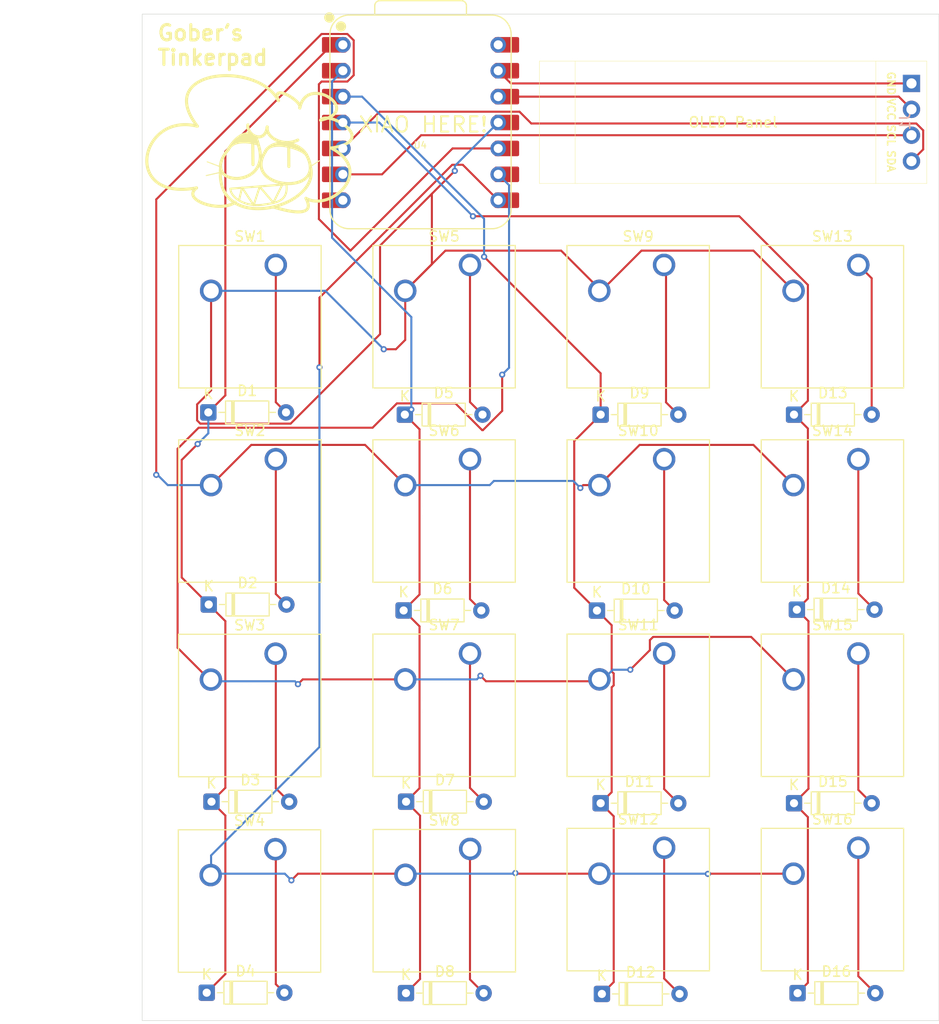
<source format=kicad_pcb>
(kicad_pcb (version 20241229) (generator "pcbnew") (generator_version "9.0")
  (layers (0 "F.Cu" signal) (2 "B.Cu" signal) (13 "F.Paste" user) (15 "B.Paste" user) (5 "F.SilkS" user "F.Silkscreen") (7 "B.SilkS" user "B.Silkscreen") (1 "F.Mask" user) (3 "B.Mask" user) (25 "Edge.Cuts" user))
  (net 0 "")
  (net 1 "ROW 1")
  (net 2 "GND")
  (net 3 "ROW 2")
  (net 4 "ROW 3")
  (net 5 "ROW 4")
  (net 6 "+5V")
  (net 7 "SDA")
  (net 8 "VCC")
  (net 9 "SCL")
  (net 10 "COL 1")
  (net 11 "COL 2")
  (net 12 "COL 3")
  (net 13 "COL 4")
  (net 15 "Net-(D1-A)")
  (net 16 "Net-(D2-A)")
  (net 17 "Net-(D3-A)")
  (net 18 "Net-(D4-A)")
  (net 19 "Net-(D5-A)")
  (net 20 "Net-(D6-A)")
  (net 21 "Net-(D7-A)")
  (net 22 "Net-(D8-A)")
  (net 23 "Net-(D9-A)")
  (net 24 "Net-(D10-A)")
  (net 25 "Net-(D11-A)")
  (net 26 "Net-(D12-A)")
  (net 27 "Net-(D13-A)")
  (net 28 "Net-(D14-A)")
  (net 29 "Net-(D15-A)")
  (net 30 "Net-(D16-A)")
  (footprint "Button_Switch_Keyboard:SW_Cherry_MX_1.00u_PCB" (layer "F.Cu") (at 157.92 94.26)
    (property "Reference" "SW10" (at -2.54 -2.794 0) (layer "F.SilkS"))
    (property "Value" "SW_Push")
    (pad "" np_thru_hole circle (at -7.62 5.08) (size 1.7 1.7) (drill 1.7) (layers "*.Cu" "*.Mask"))
    (pad "" np_thru_hole circle (at -2.54 5.08) (size 4 4) (drill 4) (layers "*.Cu" "*.Mask"))
    (pad "" np_thru_hole circle (at 2.54 5.08) (size 1.7 1.7) (drill 1.7) (layers "*.Cu" "*.Mask"))
    (pad "1" thru_hole circle (at 0 0) (size 2.2 2.2) (drill 1.5) (layers "*.Cu" "*.Mask") (net 24 "Net-(D10-A)"))
    (pad "2" thru_hole circle (at -6.35 2.54) (size 2.2 2.2) (drill 1.5) (layers "*.Cu" "*.Mask") (net 11 "COL 2"))
  )
  (footprint "Diode_THT:D_DO-35_SOD27_P7.62mm_Horizontal" (layer "F.Cu") (at 132.48 89.89)
    (property "Reference" "D5" (at 3.81 -2.12 0) (layer "F.SilkS"))
    (property "Value" "1N4148")
    (fp_text user "K" (at 0 -1.8 0) (layer "F.SilkS"))
    (pad "1" thru_hole roundrect (at 0 0) (size 1.6 1.6) (drill 0.8) (layers "*.Cu" "*.Mask") (roundrect_rratio 0.15625) (net 3 "ROW 2"))
    (pad "2" thru_hole circle (at 7.62 0) (size 1.6 1.6) (drill 0.8) (layers "*.Cu" "*.Mask") (net 19 "Net-(D5-A)"))
  )
  (footprint "Diode_THT:D_DO-35_SOD27_P7.62mm_Horizontal" (layer "F.Cu") (at 170.66 89.89)
    (property "Reference" "D13" (at 3.81 -2.12 0) (layer "F.SilkS"))
    (property "Value" "1N4148")
    (fp_text user "K" (at 0 -1.8 0) (layer "F.SilkS"))
    (pad "1" thru_hole roundrect (at 0 0) (size 1.6 1.6) (drill 0.8) (layers "*.Cu" "*.Mask") (roundrect_rratio 0.15625) (net 5 "ROW 4"))
    (pad "2" thru_hole circle (at 7.62 0) (size 1.6 1.6) (drill 0.8) (layers "*.Cu" "*.Mask") (net 27 "Net-(D13-A)"))
  )
  (footprint "Diode_THT:D_DO-35_SOD27_P7.62mm_Horizontal" (layer "F.Cu") (at 151.33 109.1)
    (property "Reference" "D10" (at 3.81 -2.12 0) (layer "F.SilkS"))
    (property "Value" "1N4148")
    (fp_text user "K" (at 0 -1.8 0) (layer "F.SilkS"))
    (pad "1" thru_hole roundrect (at 0 0) (size 1.6 1.6) (drill 0.8) (layers "*.Cu" "*.Mask") (roundrect_rratio 0.15625) (net 4 "ROW 3"))
    (pad "2" thru_hole circle (at 7.62 0) (size 1.6 1.6) (drill 0.8) (layers "*.Cu" "*.Mask") (net 24 "Net-(D10-A)"))
  )
  (footprint "Button_Switch_Keyboard:SW_Cherry_MX_1.00u_PCB" (layer "F.Cu") (at 157.91 75.21)
    (property "Reference" "SW9" (at -2.54 -2.794 0) (layer "F.SilkS"))
    (property "Value" "SW_Push")
    (pad "" np_thru_hole circle (at -7.62 5.08) (size 1.7 1.7) (drill 1.7) (layers "*.Cu" "*.Mask"))
    (pad "" np_thru_hole circle (at -2.54 5.08) (size 4 4) (drill 4) (layers "*.Cu" "*.Mask"))
    (pad "" np_thru_hole circle (at 2.54 5.08) (size 1.7 1.7) (drill 1.7) (layers "*.Cu" "*.Mask"))
    (pad "1" thru_hole circle (at 0 0) (size 2.2 2.2) (drill 1.5) (layers "*.Cu" "*.Mask") (net 23 "Net-(D9-A)"))
    (pad "2" thru_hole circle (at -6.35 2.54) (size 2.2 2.2) (drill 1.5) (layers "*.Cu" "*.Mask") (net 10 "COL 1"))
  )
  (footprint "Diode_THT:D_DO-35_SOD27_P7.62mm_Horizontal" (layer "F.Cu") (at 170.66 127.99)
    (property "Reference" "D15" (at 3.81 -2.12 0) (layer "F.SilkS"))
    (property "Value" "1N4148")
    (fp_text user "K" (at 0 -1.8 0) (layer "F.SilkS"))
    (pad "1" thru_hole roundrect (at 0 0) (size 1.6 1.6) (drill 0.8) (layers "*.Cu" "*.Mask") (roundrect_rratio 0.15625) (net 5 "ROW 4"))
    (pad "2" thru_hole circle (at 7.62 0) (size 1.6 1.6) (drill 0.8) (layers "*.Cu" "*.Mask") (net 29 "Net-(D15-A)"))
  )
  (footprint "Diode_THT:D_DO-35_SOD27_P7.62mm_Horizontal" (layer "F.Cu") (at 151.69 89.89)
    (property "Reference" "D9" (at 3.81 -2.12 0) (layer "F.SilkS"))
    (property "Value" "1N4148")
    (fp_text user "K" (at 0 -1.8 0) (layer "F.SilkS"))
    (pad "1" thru_hole roundrect (at 0 0) (size 1.6 1.6) (drill 0.8) (layers "*.Cu" "*.Mask") (roundrect_rratio 0.15625) (net 4 "ROW 3"))
    (pad "2" thru_hole circle (at 7.62 0) (size 1.6 1.6) (drill 0.8) (layers "*.Cu" "*.Mask") (net 23 "Net-(D9-A)"))
  )
  (footprint "Diode_THT:D_DO-35_SOD27_P7.62mm_Horizontal" (layer "F.Cu") (at 113.04 146.57)
    (property "Reference" "D4" (at 3.81 -2.12 0) (layer "F.SilkS"))
    (property "Value" "1N4148")
    (fp_text user "K" (at 0 -1.8 0) (layer "F.SilkS"))
    (pad "1" thru_hole roundrect (at 0 0) (size 1.6 1.6) (drill 0.8) (layers "*.Cu" "*.Mask") (roundrect_rratio 0.15625) (net 1 "ROW 1"))
    (pad "2" thru_hole circle (at 7.62 0) (size 1.6 1.6) (drill 0.8) (layers "*.Cu" "*.Mask") (net 18 "Net-(D4-A)"))
  )
  (footprint "Button_Switch_Keyboard:SW_Cherry_MX_1.00u_PCB" (layer "F.Cu") (at 176.97 94.26)
    (property "Reference" "SW14" (at -2.54 -2.794 0) (layer "F.SilkS"))
    (property "Value" "SW_Push")
    (pad "" np_thru_hole circle (at -7.62 5.08) (size 1.7 1.7) (drill 1.7) (layers "*.Cu" "*.Mask"))
    (pad "" np_thru_hole circle (at -2.54 5.08) (size 4 4) (drill 4) (layers "*.Cu" "*.Mask"))
    (pad "" np_thru_hole circle (at 2.54 5.08) (size 1.7 1.7) (drill 1.7) (layers "*.Cu" "*.Mask"))
    (pad "1" thru_hole circle (at 0 0) (size 2.2 2.2) (drill 1.5) (layers "*.Cu" "*.Mask") (net 28 "Net-(D14-A)"))
    (pad "2" thru_hole circle (at -6.35 2.54) (size 2.2 2.2) (drill 1.5) (layers "*.Cu" "*.Mask") (net 11 "COL 2"))
  )
  (footprint "xiao_stuff:XIAO-RP2040-DIP" (layer "F.Cu") (at 134.02 61.25)
    (property "Reference" "U4" (at -0.025 2.22 0) (layer "F.SilkS") (effects (font (size 0.635 0.635) (thickness 0.1016))))
    (property "Value" "XIAO-RP2040-DIP" (hide yes))
    (pad "1" smd roundrect (at -8.455 -7.62 180) (size 2.432 1.524) (layers "F.Cu" "F.Mask") (roundrect_rratio 0.1) (net 1 "ROW 1"))
    (pad "1" thru_hole circle (at -7.62 -7.62 180) (size 1.524 1.524) (drill 0.889) (layers "*.Cu" "*.Mask") (net 1 "ROW 1"))
    (pad "2" smd roundrect (at -8.455 -5.08 180) (size 2.432 1.524) (layers "F.Cu" "F.Mask") (roundrect_rratio 0.1) (net 3 "ROW 2"))
    (pad "2" thru_hole circle (at -7.62 -5.08 180) (size 1.524 1.524) (drill 0.889) (layers "*.Cu" "*.Mask") (net 3 "ROW 2"))
    (pad "3" smd roundrect (at -8.455 -2.54 180) (size 2.432 1.524) (layers "F.Cu" "F.Mask") (roundrect_rratio 0.1) (net 4 "ROW 3"))
    (pad "3" thru_hole circle (at -7.62 -2.54 180) (size 1.524 1.524) (drill 0.889) (layers "*.Cu" "*.Mask") (net 4 "ROW 3"))
    (pad "4" smd roundrect (at -8.455 0 180) (size 2.432 1.524) (layers "F.Cu" "F.Mask") (roundrect_rratio 0.1) (net 5 "ROW 4"))
    (pad "4" thru_hole circle (at -7.62 0 180) (size 1.524 1.524) (drill 0.889) (layers "*.Cu" "*.Mask") (net 5 "ROW 4"))
    (pad "5" smd roundrect (at -8.455 2.54 180) (size 2.432 1.524) (layers "F.Cu" "F.Mask") (roundrect_rratio 0.1) (net 7 "SDA"))
    (pad "5" thru_hole circle (at -7.62 2.54 180) (size 1.524 1.524) (drill 0.889) (layers "*.Cu" "*.Mask") (net 7 "SDA"))
    (pad "6" smd roundrect (at -8.455 5.08 180) (size 2.432 1.524) (layers "F.Cu" "F.Mask") (roundrect_rratio 0.1) (net 9 "SCL"))
    (pad "6" thru_hole circle (at -7.62 5.08 180) (size 1.524 1.524) (drill 0.889) (layers "*.Cu" "*.Mask") (net 9 "SCL"))
    (pad "7" smd roundrect (at -8.455 7.62 180) (size 2.432 1.524) (layers "F.Cu" "F.Mask") (roundrect_rratio 0.1))
    (pad "7" thru_hole circle (at -7.62 7.62 180) (size 1.524 1.524) (drill 0.889) (layers "*.Cu" "*.Mask"))
    (pad "8" thru_hole circle (at 7.62 7.62) (size 1.524 1.524) (drill 0.889) (layers "*.Cu" "*.Mask") (net 13 "COL 4"))
    (pad "8" smd roundrect (at 8.455 7.62) (size 2.432 1.524) (layers "F.Cu" "F.Mask") (roundrect_rratio 0.1) (net 13 "COL 4"))
    (pad "9" thru_hole circle (at 7.62 5.08) (size 1.524 1.524) (drill 0.889) (layers "*.Cu" "*.Mask") (net 12 "COL 3"))
    (pad "9" smd roundrect (at 8.455 5.08) (size 2.432 1.524) (layers "F.Cu" "F.Mask") (roundrect_rratio 0.1) (net 12 "COL 3"))
    (pad "10" thru_hole circle (at 7.62 2.54) (size 1.524 1.524) (drill 0.889) (layers "*.Cu" "*.Mask") (net 11 "COL 2"))
    (pad "10" smd roundrect (at 8.455 2.54) (size 2.432 1.524) (layers "F.Cu" "F.Mask") (roundrect_rratio 0.1) (net 11 "COL 2"))
    (pad "11" thru_hole circle (at 7.62 0) (size 1.524 1.524) (drill 0.889) (layers "*.Cu" "*.Mask") (net 10 "COL 1"))
    (pad "11" smd roundrect (at 8.455 0) (size 2.432 1.524) (layers "F.Cu" "F.Mask") (roundrect_rratio 0.1) (net 10 "COL 1"))
    (pad "12" thru_hole circle (at 7.62 -2.54) (size 1.524 1.524) (drill 0.889) (layers "*.Cu" "*.Mask") (net 8 "VCC"))
    (pad "12" smd roundrect (at 8.455 -2.54) (size 2.432 1.524) (layers "F.Cu" "F.Mask") (roundrect_rratio 0.1) (net 8 "VCC"))
    (pad "13" thru_hole circle (at 7.62 -5.08) (size 1.524 1.524) (drill 0.889) (layers "*.Cu" "*.Mask") (net 2 "GND"))
    (pad "13" smd roundrect (at 8.455 -5.08) (size 2.432 1.524) (layers "F.Cu" "F.Mask") (roundrect_rratio 0.1) (net 2 "GND"))
    (pad "14" thru_hole circle (at 7.62 -7.62) (size 1.524 1.524) (drill 0.889) (layers "*.Cu" "*.Mask") (net 6 "+5V"))
    (pad "14" smd roundrect (at 8.455 -7.62) (size 2.432 1.524) (layers "F.Cu" "F.Mask") (roundrect_rratio 0.1) (net 6 "+5V"))
  )
  (footprint "Diode_THT:D_DO-35_SOD27_P7.62mm_Horizontal" (layer "F.Cu") (at 132.59 146.61)
    (property "Reference" "D8" (at 3.81 -2.12 0) (layer "F.SilkS"))
    (property "Value" "1N4148")
    (fp_text user "K" (at 0 -1.8 0) (layer "F.SilkS"))
    (pad "1" thru_hole roundrect (at 0 0) (size 1.6 1.6) (drill 0.8) (layers "*.Cu" "*.Mask") (roundrect_rratio 0.15625) (net 3 "ROW 2"))
    (pad "2" thru_hole circle (at 7.62 0) (size 1.6 1.6) (drill 0.8) (layers "*.Cu" "*.Mask") (net 22 "Net-(D8-A)"))
  )
  (footprint "custom:awesome_oled" (layer "F.Cu") (at 145.685 55.225)
    (property "Reference" "J1" (at 35.87 5.91 90) (layer "B.SilkS") (effects (justify mirror)))
    (property "Value" "custom oled pins" (hide yes))
    (pad "1" thru_hole rect (at 36.5 2.19) (size 1.7 1.7) (drill 1) (layers "*.Cu" "*.Mask") (net 2 "GND"))
    (pad "2" thru_hole oval (at 36.5 4.73) (size 1.7 1.7) (drill 1) (layers "*.Cu" "*.Mask") (net 8 "VCC"))
    (pad "3" thru_hole oval (at 36.5 7.27) (size 1.7 1.7) (drill 1) (layers "*.Cu" "*.Mask") (net 9 "SCL"))
    (pad "4" thru_hole oval (at 36.5 9.81) (size 1.7 1.7) (drill 1) (layers "*.Cu" "*.Mask") (net 7 "SDA"))
  )
  (footprint "Button_Switch_Keyboard:SW_Cherry_MX_1.00u_PCB" (layer "F.Cu") (at 138.87 113.31)
    (property "Reference" "SW7" (at -2.54 -2.794 0) (layer "F.SilkS"))
    (property "Value" "SW_Push")
    (pad "" np_thru_hole circle (at -7.62 5.08) (size 1.7 1.7) (drill 1.7) (layers "*.Cu" "*.Mask"))
    (pad "" np_thru_hole circle (at -2.54 5.08) (size 4 4) (drill 4) (layers "*.Cu" "*.Mask"))
    (pad "" np_thru_hole circle (at 2.54 5.08) (size 1.7 1.7) (drill 1.7) (layers "*.Cu" "*.Mask"))
    (pad "1" thru_hole circle (at 0 0) (size 2.2 2.2) (drill 1.5) (layers "*.Cu" "*.Mask") (net 21 "Net-(D7-A)"))
    (pad "2" thru_hole circle (at -6.35 2.54) (size 2.2 2.2) (drill 1.5) (layers "*.Cu" "*.Mask") (net 12 "COL 3"))
  )
  (footprint "Button_Switch_Keyboard:SW_Cherry_MX_1.00u_PCB" (layer "F.Cu") (at 157.92 113.31)
    (property "Reference" "SW11" (at -2.54 -2.794 0) (layer "F.SilkS"))
    (property "Value" "SW_Push")
    (pad "" np_thru_hole circle (at -7.62 5.08) (size 1.7 1.7) (drill 1.7) (layers "*.Cu" "*.Mask"))
    (pad "" np_thru_hole circle (at -2.54 5.08) (size 4 4) (drill 4) (layers "*.Cu" "*.Mask"))
    (pad "" np_thru_hole circle (at 2.54 5.08) (size 1.7 1.7) (drill 1.7) (layers "*.Cu" "*.Mask"))
    (pad "1" thru_hole circle (at 0 0) (size 2.2 2.2) (drill 1.5) (layers "*.Cu" "*.Mask") (net 25 "Net-(D11-A)"))
    (pad "2" thru_hole circle (at -6.35 2.54) (size 2.2 2.2) (drill 1.5) (layers "*.Cu" "*.Mask") (net 12 "COL 3"))
  )
  (footprint "Button_Switch_Keyboard:SW_Cherry_MX_1.00u_PCB" (layer "F.Cu") (at 176.97 75.21)
    (property "Reference" "SW13" (at -2.54 -2.794 0) (layer "F.SilkS"))
    (property "Value" "SW_Push")
    (pad "" np_thru_hole circle (at -7.62 5.08) (size 1.7 1.7) (drill 1.7) (layers "*.Cu" "*.Mask"))
    (pad "" np_thru_hole circle (at -2.54 5.08) (size 4 4) (drill 4) (layers "*.Cu" "*.Mask"))
    (pad "" np_thru_hole circle (at 2.54 5.08) (size 1.7 1.7) (drill 1.7) (layers "*.Cu" "*.Mask"))
    (pad "1" thru_hole circle (at 0 0) (size 2.2 2.2) (drill 1.5) (layers "*.Cu" "*.Mask") (net 27 "Net-(D13-A)"))
    (pad "2" thru_hole circle (at -6.35 2.54) (size 2.2 2.2) (drill 1.5) (layers "*.Cu" "*.Mask") (net 10 "COL 1"))
  )
  (footprint "Diode_THT:D_DO-35_SOD27_P7.62mm_Horizontal" (layer "F.Cu") (at 151.81 146.69)
    (property "Reference" "D12" (at 3.81 -2.12 0) (layer "F.SilkS"))
    (property "Value" "1N4148")
    (fp_text user "K" (at 0 -1.8 0) (layer "F.SilkS"))
    (pad "1" thru_hole roundrect (at 0 0) (size 1.6 1.6) (drill 0.8) (layers "*.Cu" "*.Mask") (roundrect_rratio 0.15625) (net 4 "ROW 3"))
    (pad "2" thru_hole circle (at 7.62 0) (size 1.6 1.6) (drill 0.8) (layers "*.Cu" "*.Mask") (net 26 "Net-(D12-A)"))
  )
  (footprint "Button_Switch_Keyboard:SW_Cherry_MX_1.00u_PCB" (layer "F.Cu") (at 119.78 132.5)
    (property "Reference" "SW4" (at -2.54 -2.794 0) (layer "F.SilkS"))
    (property "Value" "SW_Push")
    (pad "" np_thru_hole circle (at -7.62 5.08) (size 1.7 1.7) (drill 1.7) (layers "*.Cu" "*.Mask"))
    (pad "" np_thru_hole circle (at -2.54 5.08) (size 4 4) (drill 4) (layers "*.Cu" "*.Mask"))
    (pad "" np_thru_hole circle (at 2.54 5.08) (size 1.7 1.7) (drill 1.7) (layers "*.Cu" "*.Mask"))
    (pad "1" thru_hole circle (at 0 0) (size 2.2 2.2) (drill 1.5) (layers "*.Cu" "*.Mask") (net 18 "Net-(D4-A)"))
    (pad "2" thru_hole circle (at -6.35 2.54) (size 2.2 2.2) (drill 1.5) (layers "*.Cu" "*.Mask") (net 13 "COL 4"))
  )
  (footprint "Button_Switch_Keyboard:SW_Cherry_MX_1.00u_PCB" (layer "F.Cu") (at 119.8 113.33)
    (property "Reference" "SW3" (at -2.54 -2.794 0) (layer "F.SilkS"))
    (property "Value" "SW_Push")
    (pad "" np_thru_hole circle (at -7.62 5.08) (size 1.7 1.7) (drill 1.7) (layers "*.Cu" "*.Mask"))
    (pad "" np_thru_hole circle (at -2.54 5.08) (size 4 4) (drill 4) (layers "*.Cu" "*.Mask"))
    (pad "" np_thru_hole circle (at 2.54 5.08) (size 1.7 1.7) (drill 1.7) (layers "*.Cu" "*.Mask"))
    (pad "1" thru_hole circle (at 0 0) (size 2.2 2.2) (drill 1.5) (layers "*.Cu" "*.Mask") (net 17 "Net-(D3-A)"))
    (pad "2" thru_hole circle (at -6.35 2.54) (size 2.2 2.2) (drill 1.5) (layers "*.Cu" "*.Mask") (net 12 "COL 3"))
  )
  (footprint "Diode_THT:D_DO-35_SOD27_P7.62mm_Horizontal" (layer "F.Cu") (at 170.94 109.01)
    (property "Reference" "D14" (at 3.81 -2.12 0) (layer "F.SilkS"))
    (property "Value" "1N4148")
    (fp_text user "K" (at 0 -1.8 0) (layer "F.SilkS"))
    (pad "1" thru_hole roundrect (at 0 0) (size 1.6 1.6) (drill 0.8) (layers "*.Cu" "*.Mask") (roundrect_rratio 0.15625) (net 5 "ROW 4"))
    (pad "2" thru_hole circle (at 7.62 0) (size 1.6 1.6) (drill 0.8) (layers "*.Cu" "*.Mask") (net 28 "Net-(D14-A)"))
  )
  (footprint "Button_Switch_Keyboard:SW_Cherry_MX_1.00u_PCB" (layer "F.Cu") (at 138.87 75.21)
    (property "Reference" "SW5" (at -2.54 -2.794 0) (layer "F.SilkS"))
    (property "Value" "SW_Push")
    (pad "" np_thru_hole circle (at -7.62 5.08) (size 1.7 1.7) (drill 1.7) (layers "*.Cu" "*.Mask"))
    (pad "" np_thru_hole circle (at -2.54 5.08) (size 4 4) (drill 4) (layers "*.Cu" "*.Mask"))
    (pad "" np_thru_hole circle (at 2.54 5.08) (size 1.7 1.7) (drill 1.7) (layers "*.Cu" "*.Mask"))
    (pad "1" thru_hole circle (at 0 0) (size 2.2 2.2) (drill 1.5) (layers "*.Cu" "*.Mask") (net 19 "Net-(D5-A)"))
    (pad "2" thru_hole circle (at -6.35 2.54) (size 2.2 2.2) (drill 1.5) (layers "*.Cu" "*.Mask") (net 10 "COL 1"))
  )
  (footprint "Diode_THT:D_DO-35_SOD27_P7.62mm_Horizontal" (layer "F.Cu") (at 132.36 109.09)
    (property "Reference" "D6" (at 3.81 -2.12 0) (layer "F.SilkS"))
    (property "Value" "1N4148")
    (fp_text user "K" (at 0 -1.8 0) (layer "F.SilkS"))
    (pad "1" thru_hole roundrect (at 0 0) (size 1.6 1.6) (drill 0.8) (layers "*.Cu" "*.Mask") (roundrect_rratio 0.15625) (net 3 "ROW 2"))
    (pad "2" thru_hole circle (at 7.62 0) (size 1.6 1.6) (drill 0.8) (layers "*.Cu" "*.Mask") (net 20 "Net-(D6-A)"))
  )
  (footprint "Button_Switch_Keyboard:SW_Cherry_MX_1.00u_PCB" (layer "F.Cu") (at 119.82 75.21)
    (property "Reference" "SW1" (at -2.54 -2.794 0) (layer "F.SilkS"))
    (property "Value" "SW_Push")
    (pad "" np_thru_hole circle (at -7.62 5.08) (size 1.7 1.7) (drill 1.7) (layers "*.Cu" "*.Mask"))
    (pad "" np_thru_hole circle (at -2.54 5.08) (size 4 4) (drill 4) (layers "*.Cu" "*.Mask"))
    (pad "" np_thru_hole circle (at 2.54 5.08) (size 1.7 1.7) (drill 1.7) (layers "*.Cu" "*.Mask"))
    (pad "1" thru_hole circle (at 0 0) (size 2.2 2.2) (drill 1.5) (layers "*.Cu" "*.Mask") (net 15 "Net-(D1-A)"))
    (pad "2" thru_hole circle (at -6.35 2.54) (size 2.2 2.2) (drill 1.5) (layers "*.Cu" "*.Mask") (net 10 "COL 1"))
  )
  (footprint "Button_Switch_Keyboard:SW_Cherry_MX_1.00u_PCB" (layer "F.Cu") (at 176.97 132.36)
    (property "Reference" "SW16" (at -2.54 -2.794 0) (layer "F.SilkS"))
    (property "Value" "SW_Push")
    (pad "" np_thru_hole circle (at -7.62 5.08) (size 1.7 1.7) (drill 1.7) (layers "*.Cu" "*.Mask"))
    (pad "" np_thru_hole circle (at -2.54 5.08) (size 4 4) (drill 4) (layers "*.Cu" "*.Mask"))
    (pad "" np_thru_hole circle (at 2.54 5.08) (size 1.7 1.7) (drill 1.7) (layers "*.Cu" "*.Mask"))
    (pad "1" thru_hole circle (at 0 0) (size 2.2 2.2) (drill 1.5) (layers "*.Cu" "*.Mask") (net 30 "Net-(D16-A)"))
    (pad "2" thru_hole circle (at -6.35 2.54) (size 2.2 2.2) (drill 1.5) (layers "*.Cu" "*.Mask") (net 13 "COL 4"))
  )
  (footprint "Diode_THT:D_DO-35_SOD27_P7.62mm_Horizontal" (layer "F.Cu") (at 113.2 89.67)
    (property "Reference" "D1" (at 3.81 -2.12 0) (layer "F.SilkS"))
    (property "Value" "1N4148")
    (fp_text user "K" (at 0 -1.8 0) (layer "F.SilkS"))
    (pad "1" thru_hole roundrect (at 0 0) (size 1.6 1.6) (drill 0.8) (layers "*.Cu" "*.Mask") (roundrect_rratio 0.15625) (net 1 "ROW 1"))
    (pad "2" thru_hole circle (at 7.62 0) (size 1.6 1.6) (drill 0.8) (layers "*.Cu" "*.Mask") (net 15 "Net-(D1-A)"))
  )
  (footprint "Button_Switch_Keyboard:SW_Cherry_MX_1.00u_PCB" (layer "F.Cu") (at 138.89 132.47)
    (property "Reference" "SW8" (at -2.54 -2.794 0) (layer "F.SilkS"))
    (property "Value" "SW_Push")
    (pad "" np_thru_hole circle (at -7.62 5.08) (size 1.7 1.7) (drill 1.7) (layers "*.Cu" "*.Mask"))
    (pad "" np_thru_hole circle (at -2.54 5.08) (size 4 4) (drill 4) (layers "*.Cu" "*.Mask"))
    (pad "" np_thru_hole circle (at 2.54 5.08) (size 1.7 1.7) (drill 1.7) (layers "*.Cu" "*.Mask"))
    (pad "1" thru_hole circle (at 0 0) (size 2.2 2.2) (drill 1.5) (layers "*.Cu" "*.Mask") (net 22 "Net-(D8-A)"))
    (pad "2" thru_hole circle (at -6.35 2.54) (size 2.2 2.2) (drill 1.5) (layers "*.Cu" "*.Mask") (net 13 "COL 4"))
  )
  (footprint "Diode_THT:D_DO-35_SOD27_P7.62mm_Horizontal" (layer "F.Cu") (at 171.01 146.61)
    (property "Reference" "D16" (at 3.81 -2.12 0) (layer "F.SilkS"))
    (property "Value" "1N4148")
    (fp_text user "K" (at 0 -1.8 0) (layer "F.SilkS"))
    (pad "1" thru_hole roundrect (at 0 0) (size 1.6 1.6) (drill 0.8) (layers "*.Cu" "*.Mask") (roundrect_rratio 0.15625) (net 5 "ROW 4"))
    (pad "2" thru_hole circle (at 7.62 0) (size 1.6 1.6) (drill 0.8) (layers "*.Cu" "*.Mask") (net 30 "Net-(D16-A)"))
  )
  (footprint "Button_Switch_Keyboard:SW_Cherry_MX_1.00u_PCB" (layer "F.Cu") (at 138.87 94.26)
    (property "Reference" "SW6" (at -2.54 -2.794 0) (layer "F.SilkS"))
    (property "Value" "SW_Push")
    (pad "" np_thru_hole circle (at -7.62 5.08) (size 1.7 1.7) (drill 1.7) (layers "*.Cu" "*.Mask"))
    (pad "" np_thru_hole circle (at -2.54 5.08) (size 4 4) (drill 4) (layers "*.Cu" "*.Mask"))
    (pad "" np_thru_hole circle (at 2.54 5.08) (size 1.7 1.7) (drill 1.7) (layers "*.Cu" "*.Mask"))
    (pad "1" thru_hole circle (at 0 0) (size 2.2 2.2) (drill 1.5) (layers "*.Cu" "*.Mask") (net 20 "Net-(D6-A)"))
    (pad "2" thru_hole circle (at -6.35 2.54) (size 2.2 2.2) (drill 1.5) (layers "*.Cu" "*.Mask") (net 11 "COL 2"))
  )
  (footprint "Button_Switch_Keyboard:SW_Cherry_MX_1.00u_PCB" (layer "F.Cu") (at 176.97 113.31)
    (property "Reference" "SW15" (at -2.54 -2.794 0) (layer "F.SilkS"))
    (property "Value" "SW_Push")
    (pad "" np_thru_hole circle (at -7.62 5.08) (size 1.7 1.7) (drill 1.7) (layers "*.Cu" "*.Mask"))
    (pad "" np_thru_hole circle (at -2.54 5.08) (size 4 4) (drill 4) (layers "*.Cu" "*.Mask"))
    (pad "" np_thru_hole circle (at 2.54 5.08) (size 1.7 1.7) (drill 1.7) (layers "*.Cu" "*.Mask"))
    (pad "1" thru_hole circle (at 0 0) (size 2.2 2.2) (drill 1.5) (layers "*.Cu" "*.Mask") (net 29 "Net-(D15-A)"))
    (pad "2" thru_hole circle (at -6.35 2.54) (size 2.2 2.2) (drill 1.5) (layers "*.Cu" "*.Mask") (net 12 "COL 3"))
  )
  (footprint "Button_Switch_Keyboard:SW_Cherry_MX_1.00u_PCB" (layer "F.Cu") (at 157.92 132.36)
    (property "Reference" "SW12" (at -2.54 -2.794 0) (layer "F.SilkS"))
    (property "Value" "SW_Push")
    (pad "" np_thru_hole circle (at -7.62 5.08) (size 1.7 1.7) (drill 1.7) (layers "*.Cu" "*.Mask"))
    (pad "" np_thru_hole circle (at -2.54 5.08) (size 4 4) (drill 4) (layers "*.Cu" "*.Mask"))
    (pad "" np_thru_hole circle (at 2.54 5.08) (size 1.7 1.7) (drill 1.7) (layers "*.Cu" "*.Mask"))
    (pad "1" thru_hole circle (at 0 0) (size 2.2 2.2) (drill 1.5) (layers "*.Cu" "*.Mask") (net 26 "Net-(D12-A)"))
    (pad "2" thru_hole circle (at -6.35 2.54) (size 2.2 2.2) (drill 1.5) (layers "*.Cu" "*.Mask") (net 13 "COL 4"))
  )
  (footprint "Diode_THT:D_DO-35_SOD27_P7.62mm_Horizontal" (layer "F.Cu") (at 113.51 127.84)
    (property "Reference" "D3" (at 3.81 -2.12 0) (layer "F.SilkS"))
    (property "Value" "1N4148")
    (fp_text user "K" (at 0 -1.8 0) (layer "F.SilkS"))
    (pad "1" thru_hole roundrect (at 0 0) (size 1.6 1.6) (drill 0.8) (layers "*.Cu" "*.Mask") (roundrect_rratio 0.15625) (net 1 "ROW 1"))
    (pad "2" thru_hole circle (at 7.62 0) (size 1.6 1.6) (drill 0.8) (layers "*.Cu" "*.Mask") (net 17 "Net-(D3-A)"))
  )
  (footprint "Diode_THT:D_DO-35_SOD27_P7.62mm_Horizontal" (layer "F.Cu") (at 132.6 127.84)
    (property "Reference" "D7" (at 3.81 -2.12 0) (layer "F.SilkS"))
    (property "Value" "1N4148")
    (fp_text user "K" (at 0 -1.8 0) (layer "F.SilkS"))
    (pad "1" thru_hole roundrect (at 0 0) (size 1.6 1.6) (drill 0.8) (layers "*.Cu" "*.Mask") (roundrect_rratio 0.15625) (net 3 "ROW 2"))
    (pad "2" thru_hole circle (at 7.62 0) (size 1.6 1.6) (drill 0.8) (layers "*.Cu" "*.Mask") (net 21 "Net-(D7-A)"))
  )
  (footprint "Diode_THT:D_DO-35_SOD27_P7.62mm_Horizontal" (layer "F.Cu") (at 113.24 108.51)
    (property "Reference" "D2" (at 3.81 -2.12 0) (layer "F.SilkS"))
    (property "Value" "1N4148")
    (fp_text user "K" (at 0 -1.8 0) (layer "F.SilkS"))
    (pad "1" thru_hole roundrect (at 0 0) (size 1.6 1.6) (drill 0.8) (layers "*.Cu" "*.Mask") (roundrect_rratio 0.15625) (net 1 "ROW 1"))
    (pad "2" thru_hole circle (at 7.62 0) (size 1.6 1.6) (drill 0.8) (layers "*.Cu" "*.Mask") (net 16 "Net-(D2-A)"))
  )
  (footprint "Diode_THT:D_DO-35_SOD27_P7.62mm_Horizontal" (layer "F.Cu") (at 151.69 127.99)
    (property "Reference" "D11" (at 3.81 -2.12 0) (layer "F.SilkS"))
    (property "Value" "1N4148")
    (fp_text user "K" (at 0 -1.8 0) (layer "F.SilkS"))
    (pad "1" thru_hole roundrect (at 0 0) (size 1.6 1.6) (drill 0.8) (layers "*.Cu" "*.Mask") (roundrect_rratio 0.15625) (net 4 "ROW 3"))
    (pad "2" thru_hole circle (at 7.62 0) (size 1.6 1.6) (drill 0.8) (layers "*.Cu" "*.Mask") (net 25 "Net-(D11-A)"))
  )
  (footprint "Button_Switch_Keyboard:SW_Cherry_MX_1.00u_PCB" (layer "F.Cu") (at 119.82 94.26)
    (property "Reference" "SW2" (at -2.54 -2.794 0) (layer "F.SilkS"))
    (property "Value" "SW_Push")
    (pad "" np_thru_hole circle (at -7.62 5.08) (size 1.7 1.7) (drill 1.7) (layers "*.Cu" "*.Mask"))
    (pad "" np_thru_hole circle (at -2.54 5.08) (size 4 4) (drill 4) (layers "*.Cu" "*.Mask"))
    (pad "" np_thru_hole circle (at 2.54 5.08) (size 1.7 1.7) (drill 1.7) (layers "*.Cu" "*.Mask"))
    (pad "1" thru_hole circle (at 0 0) (size 2.2 2.2) (drill 1.5) (layers "*.Cu" "*.Mask") (net 16 "Net-(D2-A)"))
    (pad "2" thru_hole circle (at -6.35 2.54) (size 2.2 2.2) (drill 1.5) (layers "*.Cu" "*.Mask") (net 11 "COL 2"))
  )
  (gr_line (start 115.365 67.735) (end 120.855 67.305) (stroke (width 0.2)) (layer "F.SilkS"))
  (gr_line (start 121.09 63.74) (end 121.1 65.56) (stroke (width 0.3)) (layer "F.SilkS"))
  (gr_line (start 114.41 65.6) (end 113.09 65.1) (stroke (width 0.1)) (layer "F.SilkS"))
  (gr_curve (pts (xy 118.77 64.15) (xy 119.26 62.82) (xy 122.31 63.74) (xy 122.82 64.4)) (stroke (width 0.3)) (layer "F.SilkS"))
  (gr_curve (pts (xy 117.08 61.48) (xy 116.93 62.51) (xy 118.75 63.43) (xy 118.98 61.68)) (stroke (width 0.3)) (layer "F.SilkS"))
  (gr_line (start 120.42 67.41) (end 119.58 69.11) (stroke (width 0.2)) (layer "F.SilkS"))
  (gr_line (start 119.58 69.11) (end 118.24 67.54) (stroke (width 0.2)) (layer "F.SilkS"))
  (gr_curve (pts (xy 118.97 61.69) (xy 118.82 62.72) (xy 120.55 63.66) (xy 121.98 62.97)) (stroke (width 0.3)) (layer "F.SilkS"))
  (gr_line (start 117.65 69.35) (end 116.51 67.63) (stroke (width 0.2)) (layer "F.SilkS"))
  (gr_line (start 118.24 67.54) (end 117.65 69.35) (stroke (width 0.2)) (layer "F.SilkS"))
  (gr_curve (pts (xy 112.12 61.61) (xy 106.46 60.19) (xy 104.66 69.01) (xy 112.04 67.66)) (stroke (width 0.3)) (layer "F.SilkS"))
  (gr_curve (pts (xy 115.14 63.92) (xy 116.22 61.97) (xy 117.85 61.9) (xy 118.08 63.36)) (stroke (width 0.3)) (layer "F.SilkS"))
  (gr_curve (pts (xy 112.12 61.61) (xy 107.78 55.99) (xy 118.03 55.13) (xy 120.08 59.11)) (stroke (width 0.3)) (layer "F.SilkS"))
  (gr_curve (pts (xy 114.41 65.6) (xy 113.65 72.32) (xy 124.34 69.66) (xy 123.21 65.57)) (stroke (width 0.3)) (layer "F.SilkS"))
  (gr_curve (pts (xy 115.365 67.735) (xy 115.36 68.53) (xy 116.72 69.61) (xy 118.67 69.29)) (stroke (width 0.2)) (layer "F.SilkS"))
  (gr_line (start 114.32 66.15) (end 112.99 66.45) (stroke (width 0.1)) (layer "F.SilkS"))
  (gr_curve (pts (xy 122.78 68.68) (xy 124.03 71.01) (xy 119.8 69.59) (xy 119.63 69.54)) (stroke (width 0.3)) (layer "F.SilkS"))
  (gr_curve (pts (xy 115.14 63.92) (xy 112.04 67.66) (xy 119.68 67.87) (xy 118.08 63.36)) (stroke (width 0.3)) (layer "F.SilkS"))
  (gr_curve (pts (xy 120.08 59.11) (xy 119.24 57.29) (xy 122.48 59.16) (xy 122.17 59.82)) (stroke (width 0.3)) (layer "F.SilkS"))
  (gr_curve (pts (xy 120.855 67.305) (xy 121.11 69.07) (xy 119.63 69.14) (xy 118.67 69.29)) (stroke (width 0.2)) (layer "F.SilkS"))
  (gr_curve (pts (xy 122.82 64.4) (xy 125.1 68.58) (xy 116.44 67.85) (xy 118.77 64.15)) (stroke (width 0.3)) (layer "F.SilkS"))
  (gr_curve (pts (xy 112.04 67.66) (xy 110.46 68.87) (xy 114.45 70.14) (xy 115.83 69.06)) (stroke (width 0.3)) (layer "F.SilkS"))
  (gr_curve (pts (xy 115.14 63.92) (xy 115.77 62.59) (xy 118.08 63.36) (xy 118.08 63.36)) (stroke (width 0.3)) (layer "F.SilkS"))
  (gr_line (start 116.51 67.63) (end 116.21 68.88) (stroke (width 0.2)) (layer "F.SilkS"))
  (gr_curve (pts (xy 118.77 64.15) (xy 119.35 62.88) (xy 121.98 62.97) (xy 122.82 64.4)) (stroke (width 0.3)) (layer "F.SilkS"))
  (gr_curve (pts (xy 124.22 61.02) (xy 124.95 59.97) (xy 130.09 63.04) (xy 125.25 63.75)) (stroke (width 0.3)) (layer "F.SilkS"))
  (gr_line (start 117.56 63.33) (end 117.58 65.37) (stroke (width 0.3)) (layer "F.SilkS"))
  (gr_line (start 123.21 65.57) (end 124.1 64.99) (stroke (width 0.1)) (layer "F.SilkS"))
  (gr_curve (pts (xy 125.25 63.75) (xy 129.61 66.02) (xy 125.19 70.05) (xy 122.78 68.68)) (stroke (width 0.3)) (layer "F.SilkS"))
  (gr_curve (pts (xy 122.17 59.82) (xy 122.89 56.38) (xy 128.44 60.11) (xy 124.22 61.02)) (stroke (width 0.3)) (layer "F.SilkS"))
  (gr_rect (start 106.71 50.62) (end 184.88 149.3) (stroke (width 0.05)) (fill no) (layer "Edge.Cuts"))
  (gr_text "XIAO HERE!" (at 127.84 62.33 -0) (layer "F.SilkS") (effects (font (size 1.5 1.5) (thickness 0.1875)) (justify left bottom)))
  (gr_text "GND" (at 180.185 57.415 270) (layer "F.SilkS") (effects (font (size 0.75 0.75))))
  (gr_text "SCL" (at 180.185 62.495 270) (layer "F.SilkS") (effects (font (size 0.75 0.75))))
  (gr_text "OLED Panel" (at 164.685 61.225 0) (layer "F.SilkS") (effects (font (size 1 1))))
  (gr_text "Gober's\nTinkerpad" (at 108.07 55.76 0) (layer "F.SilkS") (effects (font (size 1.5 1.5) (thickness 0.3) (bold yes)) (justify left bottom)))
  (gr_text "SDA" (at 180.185 65.035 270) (layer "F.SilkS") (effects (font (size 0.75 0.75))))
  (gr_text "VCC" (at 180.185 59.955 270) (layer "F.SilkS") (effects (font (size 0.75 0.75))))
  (segment (start 113.24 108.51) (end 110.585394 105.855394) (width 0.2) (layer "F.Cu") (net 1))
  (segment (start 113.2 89.67) (end 114.871 87.999) (width 0.2) (layer "F.Cu") (net 1))
  (segment (start 110.585394 94.334606) (end 112.15 92.77) (width 0.2) (layer "F.Cu") (net 1))
  (segment (start 125.32237 53.63) (end 126.4 53.63) (width 0.2) (layer "F.Cu") (net 1))
  (segment (start 114.871 64.08137) (end 125.32237 53.63) (width 0.2) (layer "F.Cu") (net 1))
  (segment (start 114.871 126.479) (end 114.871 110.141) (width 0.2) (layer "F.Cu") (net 1))
  (segment (start 114.871 110.141) (end 113.24 108.51) (width 0.2) (layer "F.Cu") (net 1))
  (segment (start 114.871 144.739) (end 114.871 129.201) (width 0.2) (layer "F.Cu") (net 1))
  (segment (start 113.04 146.57) (end 114.871 144.739) (width 0.2) (layer "F.Cu") (net 1))
  (segment (start 114.871 129.201) (end 113.51 127.84) (width 0.2) (layer "F.Cu") (net 1))
  (segment (start 114.871 87.999) (end 114.871 64.08137) (width 0.2) (layer "F.Cu") (net 1))
  (segment (start 110.585394 105.855394) (end 110.585394 94.334606) (width 0.2) (layer "F.Cu") (net 1))
  (segment (start 113.51 127.84) (end 114.871 126.479) (width 0.2) (layer "F.Cu") (net 1))
  (via (at 112.15 92.77) (size 0.6) (drill 0.3) (layers "F.Cu" "B.Cu") (net 1))
  (segment (start 112.15 92.77) (end 113.2 91.72) (width 0.2) (layer "B.Cu") (net 1))
  (segment (start 113.2 91.72) (end 113.2 89.67) (width 0.2) (layer "B.Cu") (net 1))
  (segment (start 182.185 57.415) (end 142.885 57.415) (width 0.2) (layer "F.Cu") (net 2))
  (segment (start 142.885 57.415) (end 141.64 56.17) (width 0.2) (layer "F.Cu") (net 2))
  (segment (start 132.59 146.61) (end 133.97 145.23) (width 0.2) (layer "F.Cu") (net 3))
  (segment (start 132.36 109.09) (end 133.921 107.529) (width 0.2) (layer "F.Cu") (net 3))
  (segment (start 133.921 107.529) (end 133.921 91.331) (width 0.2) (layer "F.Cu") (net 3))
  (segment (start 133.97 129.21) (end 132.6 127.84) (width 0.2) (layer "F.Cu") (net 3))
  (segment (start 133.921 91.331) (end 132.48 89.89) (width 0.2) (layer "F.Cu") (net 3))
  (segment (start 132.616331 89.89) (end 133.117331 89.389) (width 0.2) (layer "F.Cu") (net 3))
  (segment (start 133.921 110.651) (end 132.36 109.09) (width 0.2) (layer "F.Cu") (net 3))
  (segment (start 132.6 127.84) (end 133.921 126.519) (width 0.2) (layer "F.Cu") (net 3))
  (segment (start 133.97 145.23) (end 133.97 129.21) (width 0.2) (layer "F.Cu") (net 3))
  (segment (start 132.48 89.89) (end 132.616331 89.89) (width 0.2) (layer "F.Cu") (net 3))
  (segment (start 133.921 126.519) (end 133.921 110.651) (width 0.2) (layer "F.Cu") (net 3))
  (via (at 133.117331 89.389) (size 0.6) (drill 0.3) (layers "F.Cu" "B.Cu") (net 3))
  (segment (start 133.117331 89.389) (end 133.117331 80.328645) (width 0.2) (layer "B.Cu") (net 3))
  (segment (start 133.117331 80.328645) (end 125.337 72.548314) (width 0.2) (layer "B.Cu") (net 3))
  (segment (start 125.337 57.233) (end 126.4 56.17) (width 0.2) (layer "B.Cu") (net 3))
  (segment (start 125.337 72.548314) (end 125.337 57.233) (width 0.2) (layer "B.Cu") (net 3))
  (segment (start 152.971 116.430314) (end 152.971 115.269686) (width 0.2) (layer "F.Cu") (net 4))
  (segment (start 151.81 146.69) (end 152.971 145.529) (width 0.2) (layer "F.Cu") (net 4))
  (segment (start 149.099 106.869) (end 149.099 92.481) (width 0.2) (layer "F.Cu") (net 4))
  (segment (start 152.971 115.269686) (end 152.77 115.068686) (width 0.2) (layer "F.Cu") (net 4))
  (segment (start 149.099 92.481) (end 151.69 89.89) (width 0.2) (layer "F.Cu") (net 4))
  (segment (start 152.77 110.54) (end 151.33 109.1) (width 0.2) (layer "F.Cu") (net 4))
  (segment (start 151.69 85.843936) (end 140.255064 74.409) (width 0.2) (layer "F.Cu") (net 4))
  (segment (start 152.971 145.529) (end 152.971 129.271) (width 0.2) (layer "F.Cu") (net 4))
  (segment (start 151.33 109.1) (end 149.099 106.869) (width 0.2) (layer "F.Cu") (net 4))
  (segment (start 152.77 115.068686) (end 152.77 110.54) (width 0.2) (layer "F.Cu") (net 4))
  (segment (start 151.69 89.89) (end 151.69 85.843936) (width 0.2) (layer "F.Cu") (net 4))
  (segment (start 152.971 129.271) (end 151.69 127.99) (width 0.2) (layer "F.Cu") (net 4))
  (segment (start 152.77 126.91) (end 152.77 116.631314) (width 0.2) (layer "F.Cu") (net 4))
  (segment (start 152.77 116.631314) (end 152.971 116.430314) (width 0.2) (layer "F.Cu") (net 4))
  (segment (start 151.69 127.99) (end 152.77 126.91) (width 0.2) (layer "F.Cu") (net 4))
  (via (at 140.255064 74.409) (size 0.6) (drill 0.3) (layers "F.Cu" "B.Cu") (net 4))
  (segment (start 140.255064 74.409) (end 140.255064 70.685121) (width 0.2) (layer "B.Cu") (net 4))
  (segment (start 140.255064 70.685121) (end 128.279943 58.71) (width 0.2) (layer "B.Cu") (net 4))
  (segment (start 128.279943 58.71) (end 126.4 58.71) (width 0.2) (layer "B.Cu") (net 4))
  (segment (start 171.01 146.61) (end 172.021 145.599) (width 0.2) (layer "F.Cu") (net 5))
  (segment (start 165.291314 70.44) (end 139.16 70.44) (width 0.2) (layer "F.Cu") (net 5))
  (segment (start 172.021 129.351) (end 170.66 127.99) (width 0.2) (layer "F.Cu") (net 5))
  (segment (start 172.021 88.529) (end 172.021 77.169686) (width 0.2) (layer "F.Cu") (net 5))
  (segment (start 170.66 89.89) (end 172.021 88.529) (width 0.2) (layer "F.Cu") (net 5))
  (segment (start 170.94 109.01) (end 172.021 107.929) (width 0.2) (layer "F.Cu") (net 5))
  (segment (start 172.021 77.169686) (end 165.291314 70.44) (width 0.2) (layer "F.Cu") (net 5))
  (segment (start 172.079 110.149) (end 170.94 109.01) (width 0.2) (layer "F.Cu") (net 5))
  (segment (start 172.021 107.929) (end 172.021 91.251) (width 0.2) (layer "F.Cu") (net 5))
  (segment (start 172.021 145.599) (end 172.021 129.351) (width 0.2) (layer "F.Cu") (net 5))
  (segment (start 172.079 126.571) (end 172.079 110.149) (width 0.2) (layer "F.Cu") (net 5))
  (segment (start 172.021 91.251) (end 170.66 89.89) (width 0.2) (layer "F.Cu") (net 5))
  (segment (start 170.66 127.99) (end 172.079 126.571) (width 0.2) (layer "F.Cu") (net 5))
  (via (at 139.16 70.44) (size 0.6) (drill 0.3) (layers "F.Cu" "B.Cu") (net 5))
  (segment (start 139.16 70.44) (end 129.97 61.25) (width 0.2) (layer "B.Cu") (net 5))
  (segment (start 129.97 61.25) (end 126.4 61.25) (width 0.2) (layer "B.Cu") (net 5))
  (segment (start 183.336 63.884) (end 183.336 62.01824) (width 0.2) (layer "F.Cu") (net 7))
  (segment (start 183.336 62.01824) (end 182.66176 61.344) (width 0.2) (layer "F.Cu") (net 7))
  (segment (start 182.66176 61.344) (end 144.887626 61.344) (width 0.2) (layer "F.Cu") (net 7))
  (segment (start 144.887626 61.344) (end 143.730626 60.187) (width 0.2) (layer "F.Cu") (net 7))
  (segment (start 130.003 60.187) (end 126.4 63.79) (width 0.2) (layer "F.Cu") (net 7))
  (segment (start 143.730626 60.187) (end 130.003 60.187) (width 0.2) (layer "F.Cu") (net 7))
  (segment (start 182.185 65.035) (end 183.336 63.884) (width 0.2) (layer "F.Cu") (net 7))
  (segment (start 182.185 59.955) (end 180.94 58.71) (width 0.2) (layer "F.Cu") (net 8))
  (segment (start 180.94 58.71) (end 141.64 58.71) (width 0.2) (layer "F.Cu") (net 8))
  (segment (start 130.24 66.33) (end 126.4 66.33) (width 0.2) (layer "F.Cu") (net 9))
  (segment (start 134.075 62.495) (end 130.24 66.33) (width 0.2) (layer "F.Cu") (net 9))
  (segment (start 182.185 62.495) (end 134.075 62.495) (width 0.2) (layer "F.Cu") (net 9))
  (segment (start 130.049 81.99805) (end 130.049 73.321) (width 0.2) (layer "F.Cu") (net 10))
  (segment (start 166.679 73.809) (end 155.696 73.809) (width 0.2) (layer "F.Cu") (net 10))
  (segment (start 112.099 88.88484) (end 112.099 90.45516) (width 0.2) (layer "F.Cu") (net 10))
  (segment (start 147.814 73.809) (end 136.461 73.809) (width 0.2) (layer "F.Cu") (net 10))
  (segment (start 155.696 73.809) (end 151.755 77.75) (width 0.2) (layer "F.Cu") (net 10))
  (segment (start 130.049 73.321) (end 135.13 68.24) (width 0.2) (layer "F.Cu") (net 10))
  (segment (start 170.62 77.75) (end 166.679 73.809) (width 0.2) (layer "F.Cu") (net 10))
  (segment (start 132.52 82.56) (end 131.6 83.48) (width 0.2) (layer "F.Cu") (net 10))
  (segment (start 135.13 68.24) (end 137.38 65.99) (width 0.2) (layer "F.Cu") (net 10))
  (segment (start 112.099 90.45516) (end 112.41484 90.771) (width 0.2) (layer "F.Cu") (net 10))
  (segment (start 136.461 73.809) (end 132.52 77.75) (width 0.2) (layer "F.Cu") (net 10))
  (segment (start 113.47 87.51384) (end 112.099 88.88484) (width 0.2) (layer "F.Cu") (net 10))
  (segment (start 135.13 75.14) (end 135.13 68.24) (width 0.2) (layer "F.Cu") (net 10))
  (segment (start 132.52 77.75) (end 132.52 82.56) (width 0.2) (layer "F.Cu") (net 10))
  (segment (start 131.6 83.48) (end 130.41 83.48) (width 0.2) (layer "F.Cu") (net 10))
  (segment (start 151.755 77.75) (end 147.814 73.809) (width 0.2) (layer "F.Cu") (net 10))
  (segment (start 121.27605 90.771) (end 130.049 81.99805) (width 0.2) (layer "F.Cu") (net 10))
  (segment (start 132.52 77.75) (end 135.13 75.14) (width 0.2) (layer "F.Cu") (net 10))
  (segment (start 112.41484 90.771) (end 121.27605 90.771) (width 0.2) (layer "F.Cu") (net 10))
  (segment (start 113.47 77.75) (end 113.47 87.51384) (width 0.2) (layer "F.Cu") (net 10))
  (via (at 130.41 83.48) (size 0.6) (drill 0.3) (layers "F.Cu" "B.Cu") (net 10))
  (via (at 137.38 65.99) (size 0.6) (drill 0.3) (layers "F.Cu" "B.Cu") (net 10))
  (segment (start 137.38 65.51) (end 141.64 61.25) (width 0.2) (layer "B.Cu") (net 10))
  (segment (start 130.41 83.48) (end 124.68 77.75) (width 0.2) (layer "B.Cu") (net 10))
  (segment (start 137.38 65.99) (end 137.38 65.51) (width 0.2) (layer "B.Cu") (net 10))
  (segment (start 124.68 77.75) (end 113.47 77.75) (width 0.2) (layer "B.Cu") (net 10))
  (segment (start 132.52 96.8) (end 128.579 92.859) (width 0.2) (layer "F.Cu") (net 11))
  (segment (start 151.57 96.8) (end 152.791 95.579) (width 0.2) (layer "F.Cu") (net 11))
  (segment (start 126.84031 52.567) (end 124.309374 52.567) (width 0.2) (layer "F.Cu") (net 11))
  (segment (start 124.309374 57.233) (end 126.84031 57.233) (width 0.2) (layer "F.Cu") (net 11))
  (segment (start 124.048 57.494374) (end 124.309374 57.233) (width 0.2) (layer "F.Cu") (net 11))
  (segment (start 151.57 96.8) (end 149.979 96.8) (width 0.2) (layer "F.Cu") (net 11))
  (segment (start 170.62 96.8) (end 166.679 92.859) (width 0.2) (layer "F.Cu") (net 11))
  (segment (start 108.09 68.786374) (end 108.09 95.79) (width 0.2) (layer "F.Cu") (net 11))
  (segment (start 127.463 53.18969) (end 126.84031 52.567) (width 0.2) (layer "F.Cu") (net 11))
  (segment (start 124.048 70.71447) (end 124.048 57.494374) (width 0.2) (layer "F.Cu") (net 11))
  (segment (start 166.679 92.859) (end 155.511 92.859) (width 0.2) (layer "F.Cu") (net 11))
  (segment (start 137.16153 63.79) (end 127.14253 73.809) (width 0.2) (layer "F.Cu") (net 11))
  (segment (start 126.84031 57.233) (end 127.463 56.61031) (width 0.2) (layer "F.Cu") (net 11))
  (segment (start 141.64 63.79) (end 137.16153 63.79) (width 0.2) (layer "F.Cu") (net 11))
  (segment (start 117.411 92.859) (end 113.47 96.8) (width 0.2) (layer "F.Cu") (net 11))
  (segment (start 124.309374 52.567) (end 108.09 68.786374) (width 0.2) (layer "F.Cu") (net 11))
  (segment (start 128.579 92.859) (end 117.411 92.859) (width 0.2) (layer "F.Cu") (net 11))
  (segment (start 155.511 92.859) (end 151.57 96.8) (width 0.2) (layer "F.Cu") (net 11))
  (segment (start 127.463 56.61031) (end 127.463 53.18969) (width 0.2) (layer "F.Cu") (net 11))
  (segment (start 127.14253 73.809) (end 124.048 70.71447) (width 0.2) (layer "F.Cu") (net 11))
  (segment (start 149.979 96.8) (end 149.699 97.08) (width 0.2) (layer "F.Cu") (net 11))
  (via (at 149.699 97.08) (size 0.6) (drill 0.3) (layers "F.Cu" "B.Cu") (net 11))
  (via (at 108.09 95.79) (size 0.6) (drill 0.3) (layers "F.Cu" "B.Cu") (net 11))
  (segment (start 149.699 97.08) (end 149.009 96.39) (width 0.2) (layer "B.Cu") (net 11))
  (segment (start 141.21 96.39) (end 141.21 96.4) (width 0.2) (layer "B.Cu") (net 11))
  (segment (start 109.22 96.8) (end 113.47 96.8) (width 0.2) (layer "B.Cu") (net 11))
  (segment (start 108.21 95.79) (end 109.22 96.8) (width 0.2) (layer "B.Cu") (net 11))
  (segment (start 149.009 96.39) (end 141.21 96.39) (width 0.2) (layer "B.Cu") (net 11))
  (segment (start 140.81 96.8) (end 132.52 96.8) (width 0.2) (layer "B.Cu") (net 11))
  (segment (start 108.09 95.79) (end 108.21 95.79) (width 0.2) (layer "B.Cu") (net 11))
  (segment (start 141.21 96.4) (end 140.81 96.8) (width 0.2) (layer "B.Cu") (net 11))
  (segment (start 137.44195 88.789) (end 140.07295 91.42) (width 0.2) (layer "F.Cu") (net 12))
  (segment (start 140.445 116.035) (end 139.9 115.49) (width 0.2) (layer "F.Cu") (net 12))
  (segment (start 151.755 116.035) (end 140.445 116.035) (width 0.2) (layer "F.Cu") (net 12))
  (segment (start 156.84 111.68) (end 156.519 112.001) (width 0.2) (layer "F.Cu") (net 12))
  (segment (start 110.184394 112.749394) (end 110.184394 93.236346) (width 0.2) (layer "F.Cu") (net 12))
  (segment (start 156.519 112.981) (end 154.6 114.9) (width 0.2) (layer "F.Cu") (net 12))
  (segment (start 132.52 115.85) (end 122.46 115.85) (width 0.2) (layer "F.Cu") (net 12))
  (segment (start 110.184394 93.236346) (end 112.24874 91.172) (width 0.2) (layer "F.Cu") (net 12))
  (segment (start 156.519 112.001) (end 156.519 112.981) (width 0.2) (layer "F.Cu") (net 12))
  (segment (start 170.62 115.85) (end 166.45 111.68) (width 0.2) (layer "F.Cu") (net 12))
  (segment (start 122.46 115.85) (end 121.99 116.32) (width 0.2) (layer "F.Cu") (net 12))
  (segment (start 142.03 89.52) (end 142.03 85.97) (width 0.2) (layer "F.Cu") (net 12))
  (segment (start 140.07295 91.42) (end 140.13 91.42) (width 0.2) (layer "F.Cu") (net 12))
  (segment (start 113.47 116.035) (end 110.184394 112.749394) (width 0.2) (layer "F.Cu") (net 12))
  (segment (start 131.69484 88.789) (end 137.44195 88.789) (width 0.2) (layer "F.Cu") (net 12))
  (segment (start 112.24874 91.172) (end 129.31184 91.172) (width 0.2) (layer "F.Cu") (net 12))
  (segment (start 166.45 111.68) (end 156.84 111.68) (width 0.2) (layer "F.Cu") (net 12))
  (segment (start 129.31184 91.172) (end 131.69484 88.789) (width 0.2) (layer "F.Cu") (net 12))
  (segment (start 140.13 91.42) (end 142.03 89.52) (width 0.2) (layer "F.Cu") (net 12))
  (via (at 121.99 116.32) (size 0.6) (drill 0.3) (layers "F.Cu" "B.Cu") (net 12))
  (via (at 142.03 85.97) (size 0.6) (drill 0.3) (layers "F.Cu" "B.Cu") (net 12))
  (via (at 154.6 114.9) (size 0.6) (drill 0.3) (layers "F.Cu" "B.Cu") (net 12))
  (via (at 139.9 115.49) (size 0.6) (drill 0.3) (layers "F.Cu" "B.Cu") (net 12))
  (segment (start 139.54 115.85) (end 132.52 115.85) (width 0.2) (layer "B.Cu") (net 12))
  (segment (start 139.9 115.49) (end 139.54 115.85) (width 0.2) (layer "B.Cu") (net 12))
  (segment (start 121.705 116.035) (end 113.47 116.035) (width 0.2) (layer "B.Cu") (net 12))
  (segment (start 142.03 85.97) (end 142.703 85.297) (width 0.2) (layer "B.Cu") (net 12))
  (segment (start 154.6 114.9) (end 152.89 114.9) (width 0.2) (layer "B.Cu") (net 12))
  (segment (start 152.89 114.9) (end 151.755 116.035) (width 0.2) (layer "B.Cu") (net 12))
  (segment (start 142.703 67.393) (end 141.64 66.33) (width 0.2) (layer "B.Cu") (net 12))
  (segment (start 142.703 85.297) (end 142.703 67.393) (width 0.2) (layer "B.Cu") (net 12))
  (segment (start 121.99 116.32) (end 121.705 116.035) (width 0.2) (layer "B.Cu") (net 12))
  (segment (start 122 134.9) (end 121.35 135.55) (width 0.2) (layer "F.Cu") (net 13))
  (segment (start 124.1 78.420057) (end 124.1 85.25) (width 0.2) (layer "F.Cu") (net 13))
  (segment (start 137.131057 65.389) (end 124.1 78.420057) (width 0.2) (layer "F.Cu") (net 13))
  (segment (start 162.23 134.9) (end 162.21 134.92) (width 0.2) (layer "F.Cu") (net 13))
  (segment (start 138.159 65.389) (end 137.131057 65.389) (width 0.2) (layer "F.Cu") (net 13))
  (segment (start 143.38 134.9) (end 151.57 134.9) (width 0.2) (layer "F.Cu") (net 13))
  (segment (start 132.52 134.9) (end 122 134.9) (width 0.2) (layer "F.Cu") (net 13))
  (segment (start 141.64 68.87) (end 138.159 65.389) (width 0.2) (layer "F.Cu") (net 13))
  (segment (start 170.62 134.9) (end 162.23 134.9) (width 0.2) (layer "F.Cu") (net 13))
  (segment (start 143.32 134.84) (end 143.38 134.9) (width 0.2) (layer "F.Cu") (net 13))
  (via (at 124.1 85.25) (size 0.6) (drill 0.3) (layers "F.Cu" "B.Cu") (net 13))
  (via (at 143.32 134.84) (size 0.6) (drill 0.3) (layers "F.Cu" "B.Cu") (net 13))
  (via (at 162.21 134.92) (size 0.6) (drill 0.3) (layers "F.Cu" "B.Cu") (net 13))
  (via (at 121.35 135.55) (size 0.6) (drill 0.3) (layers "F.Cu" "B.Cu") (net 13))
  (segment (start 162.21 134.92) (end 162.19 134.9) (width 0.2) (layer "B.Cu") (net 13))
  (segment (start 113.47 133.11) (end 113.47 134.9) (width 0.2) (layer "B.Cu") (net 13))
  (segment (start 143.32 134.84) (end 143.26 134.9) (width 0.2) (layer "B.Cu") (net 13))
  (segment (start 120.7 134.9) (end 113.47 134.9) (width 0.2) (layer "B.Cu") (net 13))
  (segment (start 143.26 134.9) (end 132.52 134.9) (width 0.2) (layer "B.Cu") (net 13))
  (segment (start 124.1 122.48) (end 113.47 133.11) (width 0.2) (layer "B.Cu") (net 13))
  (segment (start 124.1 85.25) (end 124.1 122.48) (width 0.2) (layer "B.Cu") (net 13))
  (segment (start 162.19 134.9) (end 151.57 134.9) (width 0.2) (layer "B.Cu") (net 13))
  (segment (start 121.35 135.55) (end 120.7 134.9) (width 0.2) (layer "B.Cu") (net 13))
  (segment (start 119.82 88.67) (end 120.82 89.67) (width 0.2) (layer "F.Cu") (net 15))
  (segment (start 119.82 75.21) (end 119.82 88.67) (width 0.2) (layer "F.Cu") (net 15))
  (segment (start 119.82 107.47) (end 120.86 108.51) (width 0.2) (layer "F.Cu") (net 16))
  (segment (start 119.82 94.26) (end 119.82 107.47) (width 0.2) (layer "F.Cu") (net 16))
  (segment (start 119.82 113.495) (end 119.82 126.53) (width 0.2) (layer "F.Cu") (net 17))
  (segment (start 119.82 126.53) (end 121.13 127.84) (width 0.2) (layer "F.Cu") (net 17))
  (segment (start 119.82 145.73) (end 120.66 146.57) (width 0.2) (layer "F.Cu") (net 18))
  (segment (start 119.82 132.36) (end 119.82 145.73) (width 0.2) (layer "F.Cu") (net 18))
  (segment (start 138.87 88.66) (end 140.1 89.89) (width 0.2) (layer "F.Cu") (net 19))
  (segment (start 138.87 75.21) (end 138.87 88.66) (width 0.2) (layer "F.Cu") (net 19))
  (segment (start 138.87 94.26) (end 138.87 107.98) (width 0.2) (layer "F.Cu") (net 20))
  (segment (start 138.87 107.98) (end 139.98 109.09) (width 0.2) (layer "F.Cu") (net 20))
  (segment (start 138.87 113.31) (end 138.87 126.49) (width 0.2) (layer "F.Cu") (net 21))
  (segment (start 138.87 126.49) (end 140.22 127.84) (width 0.2) (layer "F.Cu") (net 21))
  (segment (start 138.87 132.36) (end 138.87 145.27) (width 0.2) (layer "F.Cu") (net 22))
  (segment (start 138.87 145.27) (end 140.21 146.61) (width 0.2) (layer "F.Cu") (net 22))
  (segment (start 158.105 75.21) (end 158.105 88.685) (width 0.2) (layer "F.Cu") (net 23))
  (segment (start 158.105 88.685) (end 159.31 89.89) (width 0.2) (layer "F.Cu") (net 23))
  (segment (start 157.92 108.07) (end 158.95 109.1) (width 0.2) (layer "F.Cu") (net 24))
  (segment (start 157.92 94.26) (end 157.92 108.07) (width 0.2) (layer "F.Cu") (net 24))
  (segment (start 157.92 126.6) (end 157.92 113.31) (width 0.2) (layer "F.Cu") (net 25))
  (segment (start 159.31 127.99) (end 157.92 126.6) (width 0.2) (layer "F.Cu") (net 25))
  (segment (start 157.92 132.36) (end 157.92 145.18) (width 0.2) (layer "F.Cu") (net 26))
  (segment (start 157.92 145.18) (end 159.43 146.69) (width 0.2) (layer "F.Cu") (net 26))
  (segment (start 178.28 76.52) (end 178.28 89.89) (width 0.2) (layer "F.Cu") (net 27))
  (segment (start 176.97 75.21) (end 178.28 76.52) (width 0.2) (layer "F.Cu") (net 27))
  (segment (start 176.97 107.42) (end 178.56 109.01) (width 0.2) (layer "F.Cu") (net 28))
  (segment (start 176.97 94.26) (end 176.97 107.42) (width 0.2) (layer "F.Cu") (net 28))
  (segment (start 176.97 113.31) (end 176.97 126.68) (width 0.2) (layer "F.Cu") (net 29))
  (segment (start 176.97 126.68) (end 178.28 127.99) (width 0.2) (layer "F.Cu") (net 29))
  (segment (start 176.97 132.36) (end 176.97 144.95) (width 0.2) (layer "F.Cu") (net 30))
  (segment (start 176.97 144.95) (end 178.63 146.61) (width 0.2) (layer "F.Cu") (net 30))
  (zone (net 0) (net_name "") (layer "F.SilkS") (connect_pads (clearance 0.5)) (min_thickness 0.25) (fill yes (thermal_gap 0.5) (thermal_bridge_width 0.5))
    (polygon (pts (xy 115.7 63.17) (xy 115.81 62.93) (xy 116.21 62.67) (xy 116.69 62.4) (xy 117.04 62.32) (xy 117.28 62.36) (xy 117.64 62.55) (xy 117.91 62.79) (xy 118.09 63.21) (xy 118.08 63.36) (xy 117.3 63.18) (xy 116.52 63.17) (xy 115.73 63.36) (xy 115.62 63.36)))
  )
)
</source>
